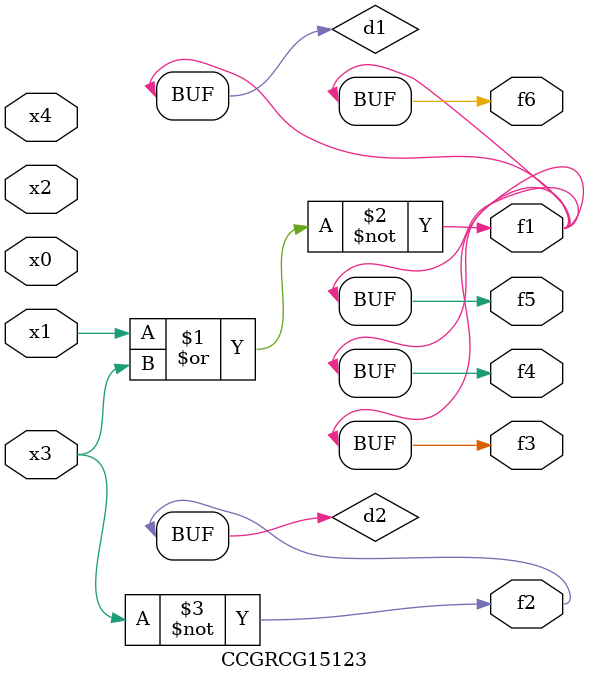
<source format=v>
module CCGRCG15123(
	input x0, x1, x2, x3, x4,
	output f1, f2, f3, f4, f5, f6
);

	wire d1, d2;

	nor (d1, x1, x3);
	not (d2, x3);
	assign f1 = d1;
	assign f2 = d2;
	assign f3 = d1;
	assign f4 = d1;
	assign f5 = d1;
	assign f6 = d1;
endmodule

</source>
